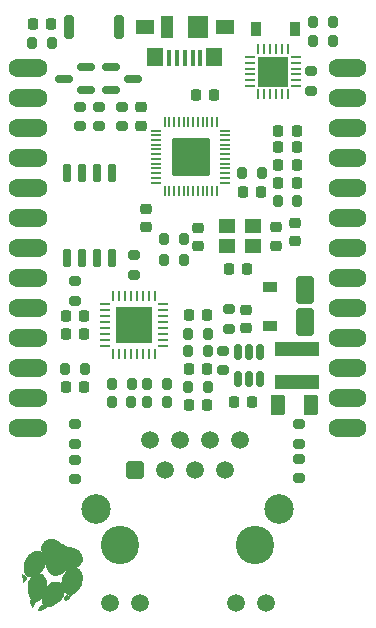
<source format=gts>
G04 #@! TF.GenerationSoftware,KiCad,Pcbnew,(6.0.4)*
G04 #@! TF.CreationDate,2022-10-30T16:37:21+13:00*
G04 #@! TF.ProjectId,LAN-Module,4c414e2d-4d6f-4647-956c-652e6b696361,rev?*
G04 #@! TF.SameCoordinates,Original*
G04 #@! TF.FileFunction,Soldermask,Top*
G04 #@! TF.FilePolarity,Negative*
%FSLAX46Y46*%
G04 Gerber Fmt 4.6, Leading zero omitted, Abs format (unit mm)*
G04 Created by KiCad (PCBNEW (6.0.4)) date 2022-10-30 16:37:21*
%MOMM*%
%LPD*%
G01*
G04 APERTURE LIST*
G04 Aperture macros list*
%AMRoundRect*
0 Rectangle with rounded corners*
0 $1 Rounding radius*
0 $2 $3 $4 $5 $6 $7 $8 $9 X,Y pos of 4 corners*
0 Add a 4 corners polygon primitive as box body*
4,1,4,$2,$3,$4,$5,$6,$7,$8,$9,$2,$3,0*
0 Add four circle primitives for the rounded corners*
1,1,$1+$1,$2,$3*
1,1,$1+$1,$4,$5*
1,1,$1+$1,$6,$7*
1,1,$1+$1,$8,$9*
0 Add four rect primitives between the rounded corners*
20,1,$1+$1,$2,$3,$4,$5,0*
20,1,$1+$1,$4,$5,$6,$7,0*
20,1,$1+$1,$6,$7,$8,$9,0*
20,1,$1+$1,$8,$9,$2,$3,0*%
G04 Aperture macros list end*
%ADD10C,0.264583*%
%ADD11R,1.200000X0.900000*%
%ADD12R,0.900000X1.200000*%
%ADD13RoundRect,0.200000X-0.275000X0.200000X-0.275000X-0.200000X0.275000X-0.200000X0.275000X0.200000X0*%
%ADD14RoundRect,0.200000X0.200000X0.275000X-0.200000X0.275000X-0.200000X-0.275000X0.200000X-0.275000X0*%
%ADD15C,2.500000*%
%ADD16C,1.500000*%
%ADD17RoundRect,0.250500X-0.499500X-0.499500X0.499500X-0.499500X0.499500X0.499500X-0.499500X0.499500X0*%
%ADD18C,3.250000*%
%ADD19C,1.600000*%
%ADD20R,1.651000X1.600000*%
%ADD21RoundRect,0.225000X0.225000X0.250000X-0.225000X0.250000X-0.225000X-0.250000X0.225000X-0.250000X0*%
%ADD22R,3.700000X1.200000*%
%ADD23RoundRect,0.200000X-0.200000X-0.275000X0.200000X-0.275000X0.200000X0.275000X-0.200000X0.275000X0*%
%ADD24R,2.600000X2.600000*%
%ADD25RoundRect,0.062500X0.350000X-0.062500X0.350000X0.062500X-0.350000X0.062500X-0.350000X-0.062500X0*%
%ADD26RoundRect,0.062500X0.062500X-0.350000X0.062500X0.350000X-0.062500X0.350000X-0.062500X-0.350000X0*%
%ADD27RoundRect,0.225000X-0.225000X-0.250000X0.225000X-0.250000X0.225000X0.250000X-0.225000X0.250000X0*%
%ADD28RoundRect,0.200000X0.275000X-0.200000X0.275000X0.200000X-0.275000X0.200000X-0.275000X-0.200000X0*%
%ADD29RoundRect,0.225000X-0.250000X0.225000X-0.250000X-0.225000X0.250000X-0.225000X0.250000X0.225000X0*%
%ADD30RoundRect,0.250000X0.375000X0.625000X-0.375000X0.625000X-0.375000X-0.625000X0.375000X-0.625000X0*%
%ADD31RoundRect,0.150000X0.587500X0.150000X-0.587500X0.150000X-0.587500X-0.150000X0.587500X-0.150000X0*%
%ADD32RoundRect,0.225000X0.250000X-0.225000X0.250000X0.225000X-0.250000X0.225000X-0.250000X-0.225000X0*%
%ADD33R,3.100000X3.100000*%
%ADD34RoundRect,0.062500X0.375000X-0.062500X0.375000X0.062500X-0.375000X0.062500X-0.375000X-0.062500X0*%
%ADD35RoundRect,0.062500X0.062500X-0.375000X0.062500X0.375000X-0.062500X0.375000X-0.062500X-0.375000X0*%
%ADD36RoundRect,0.200000X0.200000X0.800000X-0.200000X0.800000X-0.200000X-0.800000X0.200000X-0.800000X0*%
%ADD37RoundRect,0.150000X-0.587500X-0.150000X0.587500X-0.150000X0.587500X0.150000X-0.587500X0.150000X0*%
%ADD38R,0.450000X1.380000*%
%ADD39R,1.800000X1.900000*%
%ADD40R,1.000000X1.900000*%
%ADD41R,1.425000X1.550000*%
%ADD42R,1.650000X1.300000*%
%ADD43RoundRect,0.150000X-0.150000X0.512500X-0.150000X-0.512500X0.150000X-0.512500X0.150000X0.512500X0*%
%ADD44RoundRect,0.150000X-0.150000X0.650000X-0.150000X-0.650000X0.150000X-0.650000X0.150000X0.650000X0*%
%ADD45O,0.850000X0.200000*%
%ADD46O,0.200000X0.850000*%
%ADD47RoundRect,0.102000X1.500000X1.500000X-1.500000X1.500000X-1.500000X-1.500000X1.500000X-1.500000X0*%
%ADD48RoundRect,0.250001X0.499999X-0.924999X0.499999X0.924999X-0.499999X0.924999X-0.499999X-0.924999X0*%
%ADD49R,1.400000X1.200000*%
G04 APERTURE END LIST*
G04 #@! TO.C,LOGO1*
G36*
X26094000Y-72953000D02*
G01*
X26221000Y-73014000D01*
X26322000Y-73118000D01*
X26396000Y-73235000D01*
X26445000Y-73354000D01*
X26473000Y-73548000D01*
X26473000Y-73761000D01*
X26444000Y-73977000D01*
X26391000Y-74178000D01*
X26314000Y-74350000D01*
X26193000Y-74521000D01*
X26036000Y-74690000D01*
X25866000Y-74839000D01*
X25703000Y-74948000D01*
X25571000Y-74998000D01*
X25417000Y-74977000D01*
X25269000Y-74881000D01*
X25136000Y-74719000D01*
X25029000Y-74499000D01*
X24965000Y-74280000D01*
X24942000Y-74066000D01*
X24960000Y-73851000D01*
X25019000Y-73630000D01*
X25120000Y-73396000D01*
X25239000Y-73183000D01*
X25355000Y-73066000D01*
X25522000Y-72966000D01*
X25706000Y-72914000D01*
X25899000Y-72909000D01*
X26094000Y-72953000D01*
G37*
D10*
X26094000Y-72953000D02*
X26221000Y-73014000D01*
X26322000Y-73118000D01*
X26396000Y-73235000D01*
X26445000Y-73354000D01*
X26473000Y-73548000D01*
X26473000Y-73761000D01*
X26444000Y-73977000D01*
X26391000Y-74178000D01*
X26314000Y-74350000D01*
X26193000Y-74521000D01*
X26036000Y-74690000D01*
X25866000Y-74839000D01*
X25703000Y-74948000D01*
X25571000Y-74998000D01*
X25417000Y-74977000D01*
X25269000Y-74881000D01*
X25136000Y-74719000D01*
X25029000Y-74499000D01*
X24965000Y-74280000D01*
X24942000Y-74066000D01*
X24960000Y-73851000D01*
X25019000Y-73630000D01*
X25120000Y-73396000D01*
X25239000Y-73183000D01*
X25355000Y-73066000D01*
X25522000Y-72966000D01*
X25706000Y-72914000D01*
X25899000Y-72909000D01*
X26094000Y-72953000D01*
G36*
X24167000Y-70502000D02*
G01*
X24316000Y-70553000D01*
X24481000Y-70638000D01*
X24679000Y-70765000D01*
X24863000Y-70886000D01*
X25023000Y-70977000D01*
X25180000Y-71048000D01*
X25355000Y-71110000D01*
X25569000Y-71172000D01*
X25849000Y-71254000D01*
X26024000Y-71328000D01*
X26154000Y-71420000D01*
X26327000Y-71596000D01*
X26430000Y-71775000D01*
X26472000Y-71972000D01*
X26467000Y-72129000D01*
X26410000Y-72291000D01*
X26313000Y-72454000D01*
X26182000Y-72583000D01*
X26014000Y-72679000D01*
X25806000Y-72744000D01*
X25556000Y-72779000D01*
X25331000Y-72814000D01*
X25161000Y-72890000D01*
X25004000Y-73027000D01*
X24806000Y-73211000D01*
X24633000Y-73299000D01*
X24422000Y-73323000D01*
X24264000Y-73307000D01*
X24092000Y-73243000D01*
X23925000Y-73151000D01*
X23799000Y-73021000D01*
X23698000Y-72867000D01*
X23654000Y-72705000D01*
X23656000Y-72502000D01*
X23668000Y-72287000D01*
X23648000Y-72127000D01*
X23583000Y-71980000D01*
X23463000Y-71806000D01*
X23338000Y-71612000D01*
X23259000Y-71422000D01*
X23225000Y-71235000D01*
X23236000Y-71052000D01*
X23293000Y-70873000D01*
X23376000Y-70724000D01*
X23492000Y-70617000D01*
X23649000Y-70530000D01*
X23828000Y-70482000D01*
X24016000Y-70477000D01*
X24167000Y-70502000D01*
G37*
X24167000Y-70502000D02*
X24316000Y-70553000D01*
X24481000Y-70638000D01*
X24679000Y-70765000D01*
X24863000Y-70886000D01*
X25023000Y-70977000D01*
X25180000Y-71048000D01*
X25355000Y-71110000D01*
X25569000Y-71172000D01*
X25849000Y-71254000D01*
X26024000Y-71328000D01*
X26154000Y-71420000D01*
X26327000Y-71596000D01*
X26430000Y-71775000D01*
X26472000Y-71972000D01*
X26467000Y-72129000D01*
X26410000Y-72291000D01*
X26313000Y-72454000D01*
X26182000Y-72583000D01*
X26014000Y-72679000D01*
X25806000Y-72744000D01*
X25556000Y-72779000D01*
X25331000Y-72814000D01*
X25161000Y-72890000D01*
X25004000Y-73027000D01*
X24806000Y-73211000D01*
X24633000Y-73299000D01*
X24422000Y-73323000D01*
X24264000Y-73307000D01*
X24092000Y-73243000D01*
X23925000Y-73151000D01*
X23799000Y-73021000D01*
X23698000Y-72867000D01*
X23654000Y-72705000D01*
X23656000Y-72502000D01*
X23668000Y-72287000D01*
X23648000Y-72127000D01*
X23583000Y-71980000D01*
X23463000Y-71806000D01*
X23338000Y-71612000D01*
X23259000Y-71422000D01*
X23225000Y-71235000D01*
X23236000Y-71052000D01*
X23293000Y-70873000D01*
X23376000Y-70724000D01*
X23492000Y-70617000D01*
X23649000Y-70530000D01*
X23828000Y-70482000D01*
X24016000Y-70477000D01*
X24167000Y-70502000D01*
G36*
X22966000Y-71521000D02*
G01*
X23063000Y-71580000D01*
X23163000Y-71662000D01*
X23296000Y-71822000D01*
X23374000Y-71998000D01*
X23397000Y-72192000D01*
X23367000Y-72405000D01*
X23282000Y-72640000D01*
X23174000Y-72842000D01*
X23047000Y-73014000D01*
X22900000Y-73156000D01*
X22729000Y-73272000D01*
X22534000Y-73363000D01*
X22306000Y-73426000D01*
X22102000Y-73435000D01*
X21934000Y-73392000D01*
X21812000Y-73298000D01*
X21753000Y-73152000D01*
X21726000Y-72932000D01*
X21730000Y-72676000D01*
X21764000Y-72425000D01*
X21829000Y-72216000D01*
X21915000Y-72065000D01*
X22034000Y-71910000D01*
X22175000Y-71763000D01*
X22324000Y-71637000D01*
X22469000Y-71544000D01*
X22632000Y-71494000D01*
X22812000Y-71485000D01*
X22966000Y-71521000D01*
G37*
X22966000Y-71521000D02*
X23063000Y-71580000D01*
X23163000Y-71662000D01*
X23296000Y-71822000D01*
X23374000Y-71998000D01*
X23397000Y-72192000D01*
X23367000Y-72405000D01*
X23282000Y-72640000D01*
X23174000Y-72842000D01*
X23047000Y-73014000D01*
X22900000Y-73156000D01*
X22729000Y-73272000D01*
X22534000Y-73363000D01*
X22306000Y-73426000D01*
X22102000Y-73435000D01*
X21934000Y-73392000D01*
X21812000Y-73298000D01*
X21753000Y-73152000D01*
X21726000Y-72932000D01*
X21730000Y-72676000D01*
X21764000Y-72425000D01*
X21829000Y-72216000D01*
X21915000Y-72065000D01*
X22034000Y-71910000D01*
X22175000Y-71763000D01*
X22324000Y-71637000D01*
X22469000Y-71544000D01*
X22632000Y-71494000D01*
X22812000Y-71485000D01*
X22966000Y-71521000D01*
G36*
X25341000Y-75113000D02*
G01*
X25554000Y-75168000D01*
X25668000Y-75244000D01*
X25559000Y-75365000D01*
X25374000Y-75503000D01*
X25197000Y-75593000D01*
X25052000Y-75585000D01*
X25075000Y-75439000D01*
X25139000Y-75223000D01*
X25198000Y-75090000D01*
X25341000Y-75113000D01*
G37*
G36*
X24590000Y-74137000D02*
G01*
X24739000Y-74235000D01*
X24852000Y-74385000D01*
X24924000Y-74561000D01*
X24953000Y-74753000D01*
X24937000Y-74952000D01*
X24876000Y-75145000D01*
X24803000Y-75281000D01*
X24707000Y-75398000D01*
X24559000Y-75525000D01*
X24333000Y-75689000D01*
X24072000Y-75858000D01*
X23870000Y-75958000D01*
X23703000Y-75996000D01*
X23549000Y-75982000D01*
X23400000Y-75912000D01*
X23306000Y-75788000D01*
X23268000Y-75611000D01*
X23285000Y-75382000D01*
X23358000Y-75101000D01*
X23440000Y-74887000D01*
X23538000Y-74689000D01*
X23649000Y-74511000D01*
X23770000Y-74359000D01*
X23898000Y-74235000D01*
X24029000Y-74146000D01*
X24207000Y-74089000D01*
X24403000Y-74087000D01*
X24590000Y-74137000D01*
G37*
X24590000Y-74137000D02*
X24739000Y-74235000D01*
X24852000Y-74385000D01*
X24924000Y-74561000D01*
X24953000Y-74753000D01*
X24937000Y-74952000D01*
X24876000Y-75145000D01*
X24803000Y-75281000D01*
X24707000Y-75398000D01*
X24559000Y-75525000D01*
X24333000Y-75689000D01*
X24072000Y-75858000D01*
X23870000Y-75958000D01*
X23703000Y-75996000D01*
X23549000Y-75982000D01*
X23400000Y-75912000D01*
X23306000Y-75788000D01*
X23268000Y-75611000D01*
X23285000Y-75382000D01*
X23358000Y-75101000D01*
X23440000Y-74887000D01*
X23538000Y-74689000D01*
X23649000Y-74511000D01*
X23770000Y-74359000D01*
X23898000Y-74235000D01*
X24029000Y-74146000D01*
X24207000Y-74089000D01*
X24403000Y-74087000D01*
X24590000Y-74137000D01*
G36*
X21689000Y-73409000D02*
G01*
X21864000Y-73528000D01*
X21977000Y-73630000D01*
X21909000Y-73768000D01*
X21782000Y-73961000D01*
X21690000Y-74068000D01*
X21618000Y-73997000D01*
X21559000Y-73792000D01*
X21531000Y-73551000D01*
X21553000Y-73371000D01*
X21689000Y-73409000D01*
G37*
G36*
X23095000Y-73459000D02*
G01*
X23256000Y-73558000D01*
X23397000Y-73726000D01*
X23467000Y-73945000D01*
X23475000Y-74129000D01*
X23448000Y-74338000D01*
X23387000Y-74562000D01*
X23294000Y-74793000D01*
X23172000Y-75024000D01*
X23012000Y-75260000D01*
X22857000Y-75421000D01*
X22706000Y-75507000D01*
X22558000Y-75520000D01*
X22390000Y-75457000D01*
X22263000Y-75326000D01*
X22171000Y-75119000D01*
X22110000Y-74828000D01*
X22075000Y-74518000D01*
X22069000Y-74262000D01*
X22093000Y-74052000D01*
X22150000Y-73878000D01*
X22241000Y-73733000D01*
X22368000Y-73605000D01*
X22548000Y-73487000D01*
X22734000Y-73424000D01*
X22919000Y-73414000D01*
X23095000Y-73459000D01*
G37*
X23095000Y-73459000D02*
X23256000Y-73558000D01*
X23397000Y-73726000D01*
X23467000Y-73945000D01*
X23475000Y-74129000D01*
X23448000Y-74338000D01*
X23387000Y-74562000D01*
X23294000Y-74793000D01*
X23172000Y-75024000D01*
X23012000Y-75260000D01*
X22857000Y-75421000D01*
X22706000Y-75507000D01*
X22558000Y-75520000D01*
X22390000Y-75457000D01*
X22263000Y-75326000D01*
X22171000Y-75119000D01*
X22110000Y-74828000D01*
X22075000Y-74518000D01*
X22069000Y-74262000D01*
X22093000Y-74052000D01*
X22150000Y-73878000D01*
X22241000Y-73733000D01*
X22368000Y-73605000D01*
X22548000Y-73487000D01*
X22734000Y-73424000D01*
X22919000Y-73414000D01*
X23095000Y-73459000D01*
G36*
X22298000Y-75574000D02*
G01*
X22499000Y-75649000D01*
X22669000Y-75731000D01*
X22636000Y-75843000D01*
X22561000Y-76045000D01*
X22465000Y-76268000D01*
X22413000Y-76292000D01*
X22340000Y-76175000D01*
X22262000Y-75951000D01*
X22215000Y-75724000D01*
X22215000Y-75542000D01*
X22298000Y-75574000D01*
G37*
G36*
X23340000Y-76035000D02*
G01*
X23514000Y-76128000D01*
X23595000Y-76171000D01*
X23458000Y-76290000D01*
X23261000Y-76402000D01*
X23040000Y-76492000D01*
X22907000Y-76516000D01*
X22881000Y-76447000D01*
X22995000Y-76216000D01*
X23131000Y-75988000D01*
X23222000Y-75940000D01*
X23340000Y-76035000D01*
G37*
G04 #@! TD*
D11*
G04 #@! TO.C,D1*
X42500000Y-52312500D03*
X42500000Y-49012500D03*
G04 #@! TD*
D12*
G04 #@! TO.C,D2*
X44650000Y-27200000D03*
X41350000Y-27200000D03*
G04 #@! TD*
D13*
G04 #@! TO.C,R24*
X26400000Y-33775000D03*
X26400000Y-35425000D03*
G04 #@! TD*
D14*
G04 #@! TO.C,R14*
X30762500Y-58750000D03*
X29112500Y-58750000D03*
G04 #@! TD*
D15*
G04 #@! TO.C,J2*
X43305000Y-67857500D03*
X27815000Y-67857500D03*
D16*
X42185000Y-75807500D03*
X39645000Y-75807500D03*
X31475000Y-75807500D03*
X28935000Y-75807500D03*
X40000000Y-62007500D03*
X38740000Y-64547500D03*
X37460000Y-62007500D03*
X36200000Y-64547500D03*
X34920000Y-62007500D03*
X33660000Y-64547500D03*
X32380000Y-62007500D03*
D17*
X31120000Y-64547500D03*
D18*
X41275000Y-70907500D03*
X29845000Y-70907500D03*
G04 #@! TD*
D19*
G04 #@! TO.C,J20*
X48260000Y-38100000D03*
X49911000Y-38100000D03*
D20*
X49085500Y-38100000D03*
G04 #@! TD*
D21*
G04 #@! TO.C,C2*
X44775000Y-40250000D03*
X43225000Y-40250000D03*
G04 #@! TD*
D19*
G04 #@! TO.C,J10*
X22860000Y-48260000D03*
D20*
X22034500Y-48260000D03*
D19*
X21209000Y-48260000D03*
G04 #@! TD*
D22*
G04 #@! TO.C,L2*
X44800000Y-57062500D03*
X44800000Y-54262500D03*
G04 #@! TD*
D20*
G04 #@! TO.C,J23*
X49085500Y-45720000D03*
D19*
X49911000Y-45720000D03*
X48260000Y-45720000D03*
G04 #@! TD*
D23*
G04 #@! TO.C,R8*
X25175000Y-56000000D03*
X26825000Y-56000000D03*
G04 #@! TD*
G04 #@! TO.C,R17*
X32112500Y-58750000D03*
X33762500Y-58750000D03*
G04 #@! TD*
D21*
G04 #@! TO.C,C22*
X26775000Y-57500000D03*
X25225000Y-57500000D03*
G04 #@! TD*
D24*
G04 #@! TO.C,U5*
X42750000Y-30800000D03*
D25*
X40812500Y-32050000D03*
X40812500Y-31550000D03*
X40812500Y-31050000D03*
X40812500Y-30550000D03*
X40812500Y-30050000D03*
X40812500Y-29550000D03*
D26*
X41500000Y-28862500D03*
X42000000Y-28862500D03*
X42500000Y-28862500D03*
X43000000Y-28862500D03*
X43500000Y-28862500D03*
X44000000Y-28862500D03*
D25*
X44687500Y-29550000D03*
X44687500Y-30050000D03*
X44687500Y-30550000D03*
X44687500Y-31050000D03*
X44687500Y-31550000D03*
X44687500Y-32050000D03*
D26*
X44000000Y-32737500D03*
X43500000Y-32737500D03*
X43000000Y-32737500D03*
X42500000Y-32737500D03*
X42000000Y-32737500D03*
X41500000Y-32737500D03*
G04 #@! TD*
D21*
G04 #@! TO.C,C7*
X44775000Y-38750000D03*
X43225000Y-38750000D03*
G04 #@! TD*
G04 #@! TO.C,C3*
X37175000Y-59000000D03*
X35625000Y-59000000D03*
G04 #@! TD*
D13*
G04 #@! TO.C,R2*
X30000000Y-33775000D03*
X30000000Y-35425000D03*
G04 #@! TD*
D27*
G04 #@! TO.C,C10*
X22425000Y-26800000D03*
X23975000Y-26800000D03*
G04 #@! TD*
D28*
G04 #@! TO.C,R11*
X45000000Y-62325000D03*
X45000000Y-60675000D03*
G04 #@! TD*
D13*
G04 #@! TO.C,R10*
X31000000Y-46375000D03*
X31000000Y-48025000D03*
G04 #@! TD*
G04 #@! TO.C,R7*
X38500000Y-54425000D03*
X38500000Y-56075000D03*
G04 #@! TD*
D19*
G04 #@! TO.C,J4*
X22860000Y-33020000D03*
X21209000Y-33020000D03*
D20*
X22034500Y-33020000D03*
G04 #@! TD*
D29*
G04 #@! TO.C,C13*
X43000000Y-44000000D03*
X43000000Y-45550000D03*
G04 #@! TD*
D20*
G04 #@! TO.C,J7*
X22034500Y-40640000D03*
D19*
X22860000Y-40640000D03*
X21209000Y-40640000D03*
G04 #@! TD*
D20*
G04 #@! TO.C,J25*
X49085500Y-50800000D03*
D19*
X48260000Y-50800000D03*
X49911000Y-50800000D03*
G04 #@! TD*
D14*
G04 #@! TO.C,R13*
X30825000Y-57250000D03*
X29175000Y-57250000D03*
G04 #@! TD*
G04 #@! TO.C,R20*
X47825000Y-26600000D03*
X46175000Y-26600000D03*
G04 #@! TD*
D19*
G04 #@! TO.C,J27*
X48260000Y-58420000D03*
X49911000Y-58420000D03*
D20*
X49085500Y-58420000D03*
G04 #@! TD*
G04 #@! TO.C,J8*
X22034500Y-43180000D03*
D19*
X22860000Y-43180000D03*
X21209000Y-43180000D03*
G04 #@! TD*
D30*
G04 #@! TO.C,F1*
X46000000Y-59000000D03*
X43200000Y-59000000D03*
G04 #@! TD*
D20*
G04 #@! TO.C,J17*
X49085500Y-30480000D03*
D19*
X48260000Y-30480000D03*
X49911000Y-30480000D03*
G04 #@! TD*
G04 #@! TO.C,J26*
X48260000Y-53340000D03*
D20*
X49085500Y-53340000D03*
D19*
X49911000Y-53340000D03*
G04 #@! TD*
D31*
G04 #@! TO.C,Q2*
X26937500Y-32350000D03*
X26937500Y-30450000D03*
X25062500Y-31400000D03*
G04 #@! TD*
D23*
G04 #@! TO.C,R18*
X32112500Y-57250000D03*
X33762500Y-57250000D03*
G04 #@! TD*
D32*
G04 #@! TO.C,C8*
X32000000Y-43975000D03*
X32000000Y-42425000D03*
G04 #@! TD*
D27*
G04 #@! TO.C,C24*
X35625000Y-56000000D03*
X37175000Y-56000000D03*
G04 #@! TD*
D14*
G04 #@! TO.C,R3*
X44825000Y-41750000D03*
X43175000Y-41750000D03*
G04 #@! TD*
D28*
G04 #@! TO.C,R12*
X26000000Y-62325000D03*
X26000000Y-60675000D03*
G04 #@! TD*
D33*
G04 #@! TO.C,U4*
X31000000Y-52250000D03*
D34*
X28562500Y-54000000D03*
X28562500Y-53500000D03*
X28562500Y-53000000D03*
X28562500Y-52500000D03*
X28562500Y-52000000D03*
X28562500Y-51500000D03*
X28562500Y-51000000D03*
X28562500Y-50500000D03*
D35*
X29250000Y-49812500D03*
X29750000Y-49812500D03*
X30250000Y-49812500D03*
X30750000Y-49812500D03*
X31250000Y-49812500D03*
X31750000Y-49812500D03*
X32250000Y-49812500D03*
X32750000Y-49812500D03*
D34*
X33437500Y-50500000D03*
X33437500Y-51000000D03*
X33437500Y-51500000D03*
X33437500Y-52000000D03*
X33437500Y-52500000D03*
X33437500Y-53000000D03*
X33437500Y-53500000D03*
X33437500Y-54000000D03*
D35*
X32750000Y-54687500D03*
X32250000Y-54687500D03*
X31750000Y-54687500D03*
X31250000Y-54687500D03*
X30750000Y-54687500D03*
X30250000Y-54687500D03*
X29750000Y-54687500D03*
X29250000Y-54687500D03*
G04 #@! TD*
D13*
G04 #@! TO.C,R5*
X26000000Y-48575000D03*
X26000000Y-50225000D03*
G04 #@! TD*
D21*
G04 #@! TO.C,C16*
X41775000Y-41000000D03*
X40225000Y-41000000D03*
G04 #@! TD*
D19*
G04 #@! TO.C,J14*
X22860000Y-58420000D03*
X21209000Y-58420000D03*
D20*
X22034500Y-58420000D03*
G04 #@! TD*
D36*
G04 #@! TO.C,SW1*
X29700000Y-27000000D03*
X25500000Y-27000000D03*
G04 #@! TD*
D13*
G04 #@! TO.C,R21*
X46000000Y-30775000D03*
X46000000Y-32425000D03*
G04 #@! TD*
D19*
G04 #@! TO.C,J19*
X49911000Y-35560000D03*
X48260000Y-35560000D03*
D20*
X49085500Y-35560000D03*
G04 #@! TD*
D23*
G04 #@! TO.C,R4*
X33575000Y-45000000D03*
X35225000Y-45000000D03*
G04 #@! TD*
D20*
G04 #@! TO.C,J12*
X22034500Y-53340000D03*
D19*
X21209000Y-53340000D03*
X22860000Y-53340000D03*
G04 #@! TD*
D20*
G04 #@! TO.C,J22*
X49085500Y-43180000D03*
D19*
X49911000Y-43180000D03*
X48260000Y-43180000D03*
G04 #@! TD*
D14*
G04 #@! TO.C,R19*
X47825000Y-28200000D03*
X46175000Y-28200000D03*
G04 #@! TD*
D23*
G04 #@! TO.C,R25*
X35575000Y-57500000D03*
X37225000Y-57500000D03*
G04 #@! TD*
D14*
G04 #@! TO.C,L3*
X37225000Y-53000000D03*
X35575000Y-53000000D03*
G04 #@! TD*
D19*
G04 #@! TO.C,J3*
X22860000Y-30480000D03*
D20*
X22034500Y-30480000D03*
D19*
X21209000Y-30480000D03*
G04 #@! TD*
D27*
G04 #@! TO.C,C26*
X35625000Y-51400000D03*
X37175000Y-51400000D03*
G04 #@! TD*
D19*
G04 #@! TO.C,J16*
X21209000Y-60960000D03*
X22860000Y-60960000D03*
D20*
X22034500Y-60960000D03*
G04 #@! TD*
D27*
G04 #@! TO.C,C12*
X39000000Y-47500000D03*
X40550000Y-47500000D03*
G04 #@! TD*
D19*
G04 #@! TO.C,J24*
X48260000Y-48260000D03*
D20*
X49085500Y-48260000D03*
D19*
X49911000Y-48260000D03*
G04 #@! TD*
D21*
G04 #@! TO.C,C5*
X44775000Y-37200000D03*
X43225000Y-37200000D03*
G04 #@! TD*
D13*
G04 #@! TO.C,R6*
X39000000Y-50925000D03*
X39000000Y-52575000D03*
G04 #@! TD*
D20*
G04 #@! TO.C,J13*
X22034500Y-55880000D03*
D19*
X22860000Y-55880000D03*
X21209000Y-55880000D03*
G04 #@! TD*
D13*
G04 #@! TO.C,R23*
X28000000Y-33775000D03*
X28000000Y-35425000D03*
G04 #@! TD*
D32*
G04 #@! TO.C,C15*
X44600000Y-45175000D03*
X44600000Y-43625000D03*
G04 #@! TD*
D37*
G04 #@! TO.C,Q1*
X29062500Y-30450000D03*
X29062500Y-32350000D03*
X30937500Y-31400000D03*
G04 #@! TD*
D21*
G04 #@! TO.C,C25*
X26775000Y-53000000D03*
X25225000Y-53000000D03*
G04 #@! TD*
D19*
G04 #@! TO.C,J5*
X21209000Y-35560000D03*
X22860000Y-35560000D03*
D20*
X22034500Y-35560000D03*
G04 #@! TD*
D13*
G04 #@! TO.C,R15*
X26000000Y-63675000D03*
X26000000Y-65325000D03*
G04 #@! TD*
D14*
G04 #@! TO.C,R1*
X24025000Y-28400000D03*
X22375000Y-28400000D03*
G04 #@! TD*
D23*
G04 #@! TO.C,R22*
X33575000Y-46800000D03*
X35225000Y-46800000D03*
G04 #@! TD*
D32*
G04 #@! TO.C,C9*
X36400000Y-45575000D03*
X36400000Y-44025000D03*
G04 #@! TD*
D38*
G04 #@! TO.C,J1*
X36600000Y-29660000D03*
X35950000Y-29660000D03*
X35300000Y-29660000D03*
X34650000Y-29660000D03*
X34000000Y-29660000D03*
D39*
X36450000Y-27000000D03*
D40*
X33750000Y-27000000D03*
D41*
X32812500Y-29575000D03*
D42*
X38675000Y-27000000D03*
D41*
X37787500Y-29575000D03*
D42*
X31925000Y-27000000D03*
G04 #@! TD*
D14*
G04 #@! TO.C,R9*
X37225000Y-54500000D03*
X35575000Y-54500000D03*
G04 #@! TD*
D20*
G04 #@! TO.C,J28*
X49085500Y-60960000D03*
D19*
X48260000Y-60960000D03*
X49911000Y-60960000D03*
G04 #@! TD*
D43*
G04 #@! TO.C,U3*
X41700000Y-54525000D03*
X40750000Y-54525000D03*
X39800000Y-54525000D03*
X39800000Y-56800000D03*
X40750000Y-56800000D03*
X41700000Y-56800000D03*
G04 #@! TD*
D20*
G04 #@! TO.C,J21*
X49085500Y-40640000D03*
D19*
X48260000Y-40640000D03*
X49911000Y-40640000D03*
G04 #@! TD*
D27*
G04 #@! TO.C,C19*
X36225000Y-32750000D03*
X37775000Y-32750000D03*
G04 #@! TD*
D20*
G04 #@! TO.C,J15*
X49085500Y-55880000D03*
D19*
X48260000Y-55880000D03*
X49911000Y-55880000D03*
G04 #@! TD*
D13*
G04 #@! TO.C,R16*
X45000000Y-63575000D03*
X45000000Y-65225000D03*
G04 #@! TD*
D23*
G04 #@! TO.C,L1*
X40175000Y-39400000D03*
X41825000Y-39400000D03*
G04 #@! TD*
D29*
G04 #@! TO.C,C14*
X31600000Y-33825000D03*
X31600000Y-35375000D03*
G04 #@! TD*
D21*
G04 #@! TO.C,C18*
X41025000Y-58750000D03*
X39475000Y-58750000D03*
G04 #@! TD*
D20*
G04 #@! TO.C,J6*
X22034500Y-38100000D03*
D19*
X21209000Y-38100000D03*
X22860000Y-38100000D03*
G04 #@! TD*
D44*
G04 #@! TO.C,U2*
X29105000Y-39400000D03*
X27835000Y-39400000D03*
X26565000Y-39400000D03*
X25295000Y-39400000D03*
X25295000Y-46600000D03*
X26565000Y-46600000D03*
X27835000Y-46600000D03*
X29105000Y-46600000D03*
G04 #@! TD*
D32*
G04 #@! TO.C,C20*
X40500000Y-52525000D03*
X40500000Y-50975000D03*
G04 #@! TD*
D45*
G04 #@! TO.C,U1*
X38700000Y-40200000D03*
X38700000Y-39800000D03*
X38700000Y-39400000D03*
X38700000Y-39000000D03*
X38700000Y-38600000D03*
X38700000Y-38200000D03*
X38700000Y-37800000D03*
X38700000Y-37400000D03*
X38700000Y-37000000D03*
X38700000Y-36600000D03*
X38700000Y-36200000D03*
X38700000Y-35800000D03*
D46*
X38000000Y-35100000D03*
X37600000Y-35100000D03*
X37200000Y-35100000D03*
X36800000Y-35100000D03*
X36400000Y-35100000D03*
X36000000Y-35100000D03*
X35600000Y-35100000D03*
X35200000Y-35100000D03*
X34800000Y-35100000D03*
X34400000Y-35100000D03*
X34000000Y-35100000D03*
X33600000Y-35100000D03*
D45*
X32900000Y-35800000D03*
X32900000Y-36200000D03*
X32900000Y-36600000D03*
X32900000Y-37000000D03*
X32900000Y-37400000D03*
X32900000Y-37800000D03*
X32900000Y-38200000D03*
X32900000Y-38600000D03*
X32900000Y-39000000D03*
X32900000Y-39400000D03*
X32900000Y-39800000D03*
X32900000Y-40200000D03*
D46*
X33600000Y-40900000D03*
X34000000Y-40900000D03*
X34400000Y-40900000D03*
X34800000Y-40900000D03*
X35200000Y-40900000D03*
X35600000Y-40900000D03*
X36000000Y-40900000D03*
X36400000Y-40900000D03*
X36800000Y-40900000D03*
X37200000Y-40900000D03*
X37600000Y-40900000D03*
X38000000Y-40900000D03*
D47*
X35800000Y-38000000D03*
G04 #@! TD*
D19*
G04 #@! TO.C,J18*
X48260000Y-33020000D03*
X49911000Y-33020000D03*
D20*
X49085500Y-33020000D03*
G04 #@! TD*
D21*
G04 #@! TO.C,C11*
X44775000Y-35800000D03*
X43225000Y-35800000D03*
G04 #@! TD*
D19*
G04 #@! TO.C,J9*
X22860000Y-45720000D03*
D20*
X22034500Y-45720000D03*
D19*
X21209000Y-45720000D03*
G04 #@! TD*
D48*
G04 #@! TO.C,C21*
X45500000Y-51987500D03*
X45500000Y-49337500D03*
G04 #@! TD*
D21*
G04 #@! TO.C,C23*
X26775000Y-51500000D03*
X25225000Y-51500000D03*
G04 #@! TD*
D20*
G04 #@! TO.C,J11*
X22034500Y-50800000D03*
D19*
X22860000Y-50800000D03*
X21209000Y-50800000D03*
G04 #@! TD*
D49*
G04 #@! TO.C,Y1*
X38850000Y-45550000D03*
X41050000Y-45550000D03*
X41050000Y-43850000D03*
X38850000Y-43850000D03*
G04 #@! TD*
M02*

</source>
